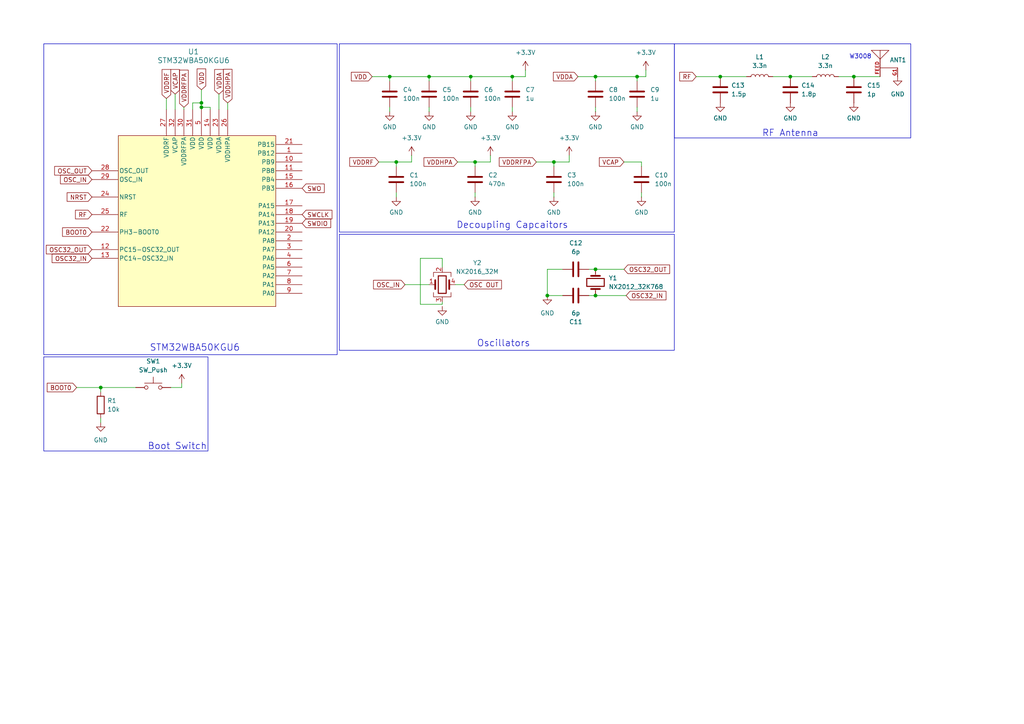
<source format=kicad_sch>
(kicad_sch (version 20231120) (generator "eeschema") (generator_version "8.0")
  (paper "A4")
  (lib_symbols
    (symbol "Device:C" (pin_numbers hide) (pin_names (offset 0.254))
      (property "Reference" "C" (at 0.635 2.54 0))
      (property "Value" "C" (at 0.635 -2.54 0))
      (symbol "C_0_1"
        (polyline (pts (xy -2.032 -0.762) (xy 2.032 -0.762)) (stroke (width 0.508)))
        (polyline (pts (xy -2.032 0.762) (xy 2.032 0.762)) (stroke (width 0.508)))
      )
      (symbol "C_1_1"
        (pin passive line (at 0 3.81 270) (length 2.794) (name "~") (number "1"))
        (pin passive line (at 0 -3.81 90) (length 2.794) (name "~") (number "2"))
      )
    )
    (symbol "Device:Crystal" (pin_numbers hide) (pin_names (offset 1.016) hide)
      (property "Reference" "Y" (at 0 3.81 0))
      (property "Value" "Crystal" (at 0 -3.81 0))
      (symbol "Crystal_0_1"
        (rectangle (start -1.143 2.54) (end 1.143 -2.54) (stroke (width 0.3048)))
        (polyline (pts (xy -2.54 0) (xy -1.905 0)))
        (polyline (pts (xy -1.905 -1.27) (xy -1.905 1.27)) (stroke (width 0.508)))
        (polyline (pts (xy 1.905 -1.27) (xy 1.905 1.27)) (stroke (width 0.508)))
        (polyline (pts (xy 2.54 0) (xy 1.905 0)))
      )
      (symbol "Crystal_1_1"
        (pin passive line (at -3.81 0 0) (length 1.27) (name "1") (number "1"))
        (pin passive line (at 3.81 0 180) (length 1.27) (name "2") (number "2"))
      )
    )
    (symbol "Device:Crystal_GND23" (pin_names (offset 1.016) hide)
      (property "Reference" "Y" (at 3.175 5.08 0))
      (property "Value" "Crystal_GND23" (at 3.175 3.175 0))
      (symbol "Crystal_GND23_0_1"
        (rectangle (start -1.143 2.54) (end 1.143 -2.54) (stroke (width 0.3048)))
        (polyline (pts (xy -2.54 0) (xy -2.032 0)))
        (polyline (pts (xy -2.032 -1.27) (xy -2.032 1.27)) (stroke (width 0.508)))
        (polyline (pts (xy 0 -3.81) (xy 0 -3.556)))
        (polyline (pts (xy 0 3.556) (xy 0 3.81)))
        (polyline (pts (xy 2.032 -1.27) (xy 2.032 1.27)) (stroke (width 0.508)))
        (polyline (pts (xy 2.032 0) (xy 2.54 0)))
        (polyline (pts (xy -2.54 -2.286) (xy -2.54 -3.556) (xy 2.54 -3.556) (xy 2.54 -2.286)))
        (polyline (pts (xy -2.54 2.286) (xy -2.54 3.556) (xy 2.54 3.556) (xy 2.54 2.286)))
      )
      (symbol "Crystal_GND23_1_1"
        (pin passive line (at -3.81 0 0) (length 1.27) (name "1") (number "1"))
        (pin passive line (at 0 5.08 270) (length 1.27) (name "2") (number "2"))
        (pin passive line (at 0 -5.08 90) (length 1.27) (name "3") (number "3"))
        (pin passive line (at 3.81 0 180) (length 1.27) (name "4") (number "4"))
      )
    )
    (symbol "Device:L" (pin_numbers hide) (pin_names (offset 1.016) hide)
      (property "Reference" "L" (at -1.27 0 90))
      (property "Value" "L" (at 1.905 0 90))
      (symbol "L_0_1"
        (arc (start 0 -2.54) (mid 0.6323 -1.905) (end 0 -1.27))
        (arc (start 0 -1.27) (mid 0.6323 -0.635) (end 0 0))
        (arc (start 0 0) (mid 0.6323 0.635) (end 0 1.27))
        (arc (start 0 1.27) (mid 0.6323 1.905) (end 0 2.54))
      )
      (symbol "L_1_1"
        (pin passive line (at 0 3.81 270) (length 1.27) (name "1") (number "1"))
        (pin passive line (at 0 -3.81 90) (length 1.27) (name "2") (number "2"))
      )
    )
    (symbol "Device:R" (pin_numbers hide) (pin_names (offset 0))
      (property "Reference" "R" (at 2.032 0 90))
      (property "Value" "R" (at 0 0 90))
      (symbol "R_0_1"
        (rectangle (start -1.016 -2.54) (end 1.016 2.54) (stroke (width 0.254)))
      )
      (symbol "R_1_1"
        (pin passive line (at 0 3.81 270) (length 1.27) (name "~") (number "1"))
        (pin passive line (at 0 -3.81 90) (length 1.27) (name "~") (number "2"))
      )
    )
    (symbol "STM32WBA50:STM32WBA50KGU6" (pin_names (offset 0.254))
      (property "Reference" "U1" (at 29.464 23.114 0))
      (property "Value" "STM32WBA50KGU6" (at 29.464 20.574 0))
      (symbol "STM32WBA50KGU6_0_1"
        (pin bidirectional line (at 60.96 -6.35 180) (length 7.62) (name "PB12") (number "1"))
        (pin bidirectional line (at 60.96 -8.89 180) (length 7.62) (name "PB9") (number "10"))
        (pin bidirectional line (at 60.96 -11.43 180) (length 7.62) (name "PB8") (number "11"))
        (pin bidirectional line (at 0 -34.29 0) (length 7.62) (name "PC15-OSC32_OUT") (number "12"))
        (pin bidirectional line (at 0 -36.83 0) (length 7.62) (name "PC14-OSC32_IN") (number "13"))
        (pin bidirectional line (at 60.96 -13.97 180) (length 7.62) (name "PB4") (number "15"))
        (pin bidirectional line (at 60.96 -16.51 180) (length 7.62) (name "PB3") (number "16"))
        (pin bidirectional line (at 60.96 -21.59 180) (length 7.62) (name "PA15") (number "17"))
        (pin bidirectional line (at 60.96 -24.13 180) (length 7.62) (name "PA14") (number "18"))
        (pin bidirectional line (at 60.96 -26.67 180) (length 7.62) (name "PA13") (number "19"))
        (pin bidirectional line (at 60.96 -31.75 180) (length 7.62) (name "PA8") (number "2"))
        (pin bidirectional line (at 60.96 -29.21 180) (length 7.62) (name "PA12") (number "20"))
        (pin bidirectional line (at 60.96 -3.81 180) (length 7.62) (name "PB15") (number "21"))
        (pin bidirectional line (at 0 -29.21 0) (length 7.62) (name "PH3-BOOT0") (number "22"))
        (pin power_in line (at 36.83 6.35 270) (length 7.62) (name "VDDA") (number "23"))
        (pin bidirectional line (at 0 -19.05 0) (length 7.62) (name "NRST") (number "24"))
        (pin unspecified line (at 0 -24.13 0) (length 7.62) (name "RF") (number "25"))
        (pin power_in line (at 39.37 6.35 270) (length 7.62) (name "VDDHPA") (number "26"))
        (pin power_in line (at 21.59 6.35 270) (length 7.62) (name "VDDRF") (number "27"))
        (pin output line (at 0 -11.43 0) (length 7.62) (name "OSC_OUT") (number "28"))
        (pin input line (at 0 -13.97 0) (length 7.62) (name "OSC_IN") (number "29"))
        (pin bidirectional line (at 60.96 -34.29 180) (length 7.62) (name "PA7") (number "3"))
        (pin power_in line (at 26.67 6.35 270) (length 7.62) (name "VDDRFPA") (number "30"))
        (pin power_in line (at 29.21 6.35 270) (length 7.62) (name "VDD") (number "31"))
        (pin power_in line (at 24.13 6.35 270) (length 7.62) (name "VCAP") (number "32"))
        (pin bidirectional line (at 60.96 -36.83 180) (length 7.62) (name "PA6") (number "4"))
        (pin bidirectional line (at 60.96 -39.37 180) (length 7.62) (name "PA5") (number "6"))
        (pin bidirectional line (at 60.96 -41.91 180) (length 7.62) (name "PA2") (number "7"))
        (pin bidirectional line (at 60.96 -44.45 180) (length 7.62) (name "PA1") (number "8"))
        (pin bidirectional line (at 60.96 -46.99 180) (length 7.62) (name "PA0") (number "9"))
      )
      (symbol "STM32WBA50KGU6_1_1"
        (rectangle (start 7.62 -1.27) (end 53.34 -50.8) (fill (type background)))
        (pin power_in line (at 34.29 6.35 270) (length 7.62) (name "VDD") (number "14"))
        (pin power_in line (at 31.75 6.35 270) (length 7.62) (name "VDD") (number "5"))
      )
    )
    (symbol "Switch:SW_Push" (pin_numbers hide) (pin_names (offset 1.016) hide)
      (property "Reference" "SW" (at 1.27 2.54 0))
      (property "Value" "SW_Push" (at 0 -1.524 0))
      (symbol "SW_Push_0_1"
        (circle (center -2.032 0) (radius 0.508))
        (polyline (pts (xy 0 1.27) (xy 0 3.048)))
        (polyline (pts (xy 2.54 1.27) (xy -2.54 1.27)))
        (circle (center 2.032 0) (radius 0.508))
        (pin passive line (at -5.08 0 0) (length 2.54) (name "1") (number "1"))
        (pin passive line (at 5.08 0 180) (length 2.54) (name "2") (number "2"))
      )
    )
    (symbol "W3008:W3008" (pin_names (offset 1.016))
      (property "Reference" "ANT" (at -2.5422 5.7198 0))
      (property "Value" "W3008" (at -2.5445 -8.9059 0))
      (symbol "W3008_0_0"
        (polyline (pts (xy -2.54 5.08) (xy 0 2.54)) (stroke (width 0.1524)))
        (polyline (pts (xy -2.54 5.08) (xy 0 5.08)) (stroke (width 0.1524)))
        (polyline (pts (xy 0 0) (xy 5.08 0)) (stroke (width 0.1524)))
        (polyline (pts (xy 0 2.54) (xy 2.54 5.08)) (stroke (width 0.1524)))
        (polyline (pts (xy 0 5.08) (xy 0 2.54)) (stroke (width 0.1524)))
        (polyline (pts (xy 0 5.08) (xy 2.54 5.08)) (stroke (width 0.1524)))
        (pin passive line (at 0 -2.54 90) (length 5.08) (name "~") (number "FEED"))
        (pin passive line (at 5.08 -2.54 90) (length 2.54) (name "~") (number "G1"))
      )
    )
    (symbol "power:+3.3V" (power) (pin_numbers hide) (pin_names (offset 0) hide)
      (property "Value" "+3.3V" (at 0 3.556 0))
      (symbol "+3.3V_0_1"
        (polyline (pts (xy -0.762 1.27) (xy 0 2.54)))
        (polyline (pts (xy 0 0) (xy 0 2.54)))
        (polyline (pts (xy 0 2.54) (xy 0.762 1.27)))
      )
      (symbol "+3.3V_1_1"
        (pin power_in line (at 0 0 90) (length 0) (name "~") (number "1"))
      )
    )
    (symbol "power:GND" (power) (pin_numbers hide) (pin_names (offset 0) hide)
      (property "Value" "GND" (at 0 -3.81 0))
      (symbol "GND_0_1"
        (polyline (pts (xy 0 0) (xy 0 -1.27) (xy 1.27 -1.27) (xy 0 -2.54) (xy -1.27 -1.27) (xy 0 -1.27)))
      )
      (symbol "GND_1_1"
        (pin power_in line (at 0 0 270) (length 0) (name "~") (number "1"))
      )
    )
  )
  (junction (at 172.72 78.105))
  (junction (at 114.935 46.99))
  (junction (at 172.72 22.225))
  (junction (at 229.235 22.225))
  (junction (at 148.59 22.225))
  (junction (at 124.46 22.225))
  (junction (at 172.72 85.725))
  (junction (at 58.42 29.845))
  (junction (at 113.03 22.225))
  (junction (at 29.21 112.395))
  (junction (at 208.915 22.225))
  (junction (at 136.525 22.225))
  (junction (at 158.75 85.725))
  (junction (at 160.655 46.99))
  (junction (at 58.42 31.115))
  (junction (at 137.795 46.99))
  (junction (at 247.65 22.225))
  (junction (at 184.785 22.225))
  (wire (pts (xy 49.53 112.395) (xy 52.705 112.395)))
  (wire (pts (xy 119.38 45.085) (xy 119.38 46.99)))
  (wire (pts (xy 167.64 22.225) (xy 172.72 22.225)))
  (wire (pts (xy 137.795 55.88) (xy 137.795 57.15)))
  (wire (pts (xy 224.155 22.225) (xy 229.235 22.225)))
  (wire (pts (xy 109.855 46.99) (xy 114.935 46.99)))
  (wire (pts (xy 184.785 22.225) (xy 184.785 23.495)))
  (wire (pts (xy 229.235 22.225) (xy 235.585 22.225)))
  (wire (pts (xy 117.475 82.55) (xy 124.46 82.55)))
  (wire (pts (xy 247.65 22.225) (xy 255.27 22.225)))
  (wire (pts (xy 55.88 31.75) (xy 55.88 29.845)))
  (wire (pts (xy 136.525 22.225) (xy 136.525 23.495)))
  (wire (pts (xy 128.27 74.93) (xy 121.92 74.93)))
  (wire (pts (xy 60.96 31.75) (xy 60.96 31.115)))
  (wire (pts (xy 184.785 22.225) (xy 187.325 22.225)))
  (wire (pts (xy 29.21 112.395) (xy 39.37 112.395)))
  (wire (pts (xy 58.42 29.845) (xy 58.42 31.115)))
  (wire (pts (xy 136.525 22.225) (xy 148.59 22.225)))
  (wire (pts (xy 107.95 22.225) (xy 113.03 22.225)))
  (wire (pts (xy 172.72 85.725) (xy 181.61 85.725)))
  (wire (pts (xy 48.26 28.575) (xy 48.26 31.75)))
  (wire (pts (xy 137.795 46.99) (xy 142.24 46.99)))
  (wire (pts (xy 128.27 77.47) (xy 128.27 74.93)))
  (wire (pts (xy 52.705 111.125) (xy 52.705 112.395)))
  (wire (pts (xy 187.325 20.32) (xy 187.325 22.225)))
  (wire (pts (xy 113.03 22.225) (xy 113.03 23.495)))
  (wire (pts (xy 172.72 22.225) (xy 184.785 22.225)))
  (wire (pts (xy 29.21 112.395) (xy 29.21 113.665)))
  (wire (pts (xy 63.5 27.305) (xy 63.5 31.75)))
  (wire (pts (xy 58.42 31.115) (xy 58.42 31.75)))
  (wire (pts (xy 142.24 45.085) (xy 142.24 46.99)))
  (wire (pts (xy 243.205 22.225) (xy 247.65 22.225)))
  (wire (pts (xy 124.46 22.225) (xy 136.525 22.225)))
  (wire (pts (xy 172.72 22.225) (xy 172.72 23.495)))
  (wire (pts (xy 124.46 22.225) (xy 124.46 23.495)))
  (wire (pts (xy 128.27 88.265) (xy 128.27 87.63)))
  (wire (pts (xy 152.4 20.32) (xy 152.4 22.225)))
  (wire (pts (xy 148.59 22.225) (xy 148.59 23.495)))
  (wire (pts (xy 136.525 31.115) (xy 136.525 32.385)))
  (wire (pts (xy 170.815 78.105) (xy 172.72 78.105)))
  (wire (pts (xy 160.655 55.88) (xy 160.655 57.15)))
  (wire (pts (xy 53.34 31.115) (xy 53.34 31.75)))
  (wire (pts (xy 165.1 45.085) (xy 165.1 46.99)))
  (wire (pts (xy 132.08 82.55) (xy 134.62 82.55)))
  (wire (pts (xy 66.04 29.845) (xy 66.04 31.75)))
  (wire (pts (xy 158.75 85.725) (xy 163.195 85.725)))
  (wire (pts (xy 58.42 26.035) (xy 58.42 29.845)))
  (wire (pts (xy 201.93 22.225) (xy 208.915 22.225)))
  (wire (pts (xy 113.03 22.225) (xy 124.46 22.225)))
  (wire (pts (xy 158.75 78.105) (xy 158.75 85.725)))
  (wire (pts (xy 121.92 74.93) (xy 121.92 88.265)))
  (wire (pts (xy 148.59 31.115) (xy 148.59 32.385)))
  (wire (pts (xy 22.225 112.395) (xy 29.21 112.395)))
  (wire (pts (xy 114.935 46.99) (xy 119.38 46.99)))
  (wire (pts (xy 50.8 27.305) (xy 50.8 31.75)))
  (wire (pts (xy 208.915 22.225) (xy 216.535 22.225)))
  (wire (pts (xy 160.655 46.99) (xy 165.1 46.99)))
  (wire (pts (xy 180.975 78.105) (xy 172.72 78.105)))
  (wire (pts (xy 172.72 31.115) (xy 172.72 32.385)))
  (wire (pts (xy 180.975 46.99) (xy 186.055 46.99)))
  (wire (pts (xy 114.935 46.99) (xy 114.935 48.26)))
  (wire (pts (xy 132.715 46.99) (xy 137.795 46.99)))
  (wire (pts (xy 148.59 22.225) (xy 152.4 22.225)))
  (wire (pts (xy 160.655 46.99) (xy 160.655 48.26)))
  (wire (pts (xy 113.03 31.115) (xy 113.03 32.385)))
  (wire (pts (xy 155.575 46.99) (xy 160.655 46.99)))
  (wire (pts (xy 55.88 29.845) (xy 58.42 29.845)))
  (wire (pts (xy 29.21 121.285) (xy 29.21 122.555)))
  (wire (pts (xy 186.055 55.88) (xy 186.055 57.15)))
  (wire (pts (xy 124.46 31.115) (xy 124.46 32.385)))
  (wire (pts (xy 114.935 55.88) (xy 114.935 57.15)))
  (wire (pts (xy 137.795 46.99) (xy 137.795 48.26)))
  (wire (pts (xy 60.96 31.115) (xy 58.42 31.115)))
  (wire (pts (xy 186.055 46.99) (xy 186.055 48.26)))
  (wire (pts (xy 121.92 88.265) (xy 128.27 88.265)))
  (wire (pts (xy 163.195 78.105) (xy 158.75 78.105)))
  (wire (pts (xy 184.785 31.115) (xy 184.785 32.385)))
  (wire (pts (xy 170.815 85.725) (xy 172.72 85.725)))
  (rectangle (start 98.425 67.945) (end 195.58 101.6))
  (rectangle (start 12.7 12.7) (end 97.79 102.87))
  (rectangle (start 98.425 12.7) (end 195.58 67.31))
  (rectangle (start 12.7 103.505) (end 60.325 130.81))
  (rectangle (start 195.58 12.7) (end 264.16 40.005))
  (text "Oscillators\n" (at 146.05 99.695 0) (effects (font (size 1.905 1.905))))
  (text "Boot Switch\n" (at 51.435 129.54 0) (effects (font (size 1.905 1.905))))
  (text "RF Antenna\n" (at 229.235 38.735 0) (effects (font (size 1.905 1.905))))
  (text "Decoupling Capcaitors\n" (at 148.59 65.405 0) (effects (font (size 1.905 1.905))))
  (text "W3008" (at 249.555 16.51 0) (effects (font (size 1.27 1.27))))
  (text "STM32WBA50KGU6\n" (at 56.515 100.965 0) (effects (font (size 1.905 1.905))))
  (global_label "VDD" (shape input) (at 58.42 26.035 90) (property "Intersheetrefs" "${INTERSHEET_REFS}" (effects (hide yes))))
  (global_label "VCAP" (shape input) (at 180.975 46.99 180) (property "Intersheetrefs" "${INTERSHEET_REFS}" (effects (hide yes))))
  (global_label "OSC_IN" (shape input) (at 26.67 52.07 180) (property "Intersheetrefs" "${INTERSHEET_REFS}" (effects (hide yes))))
  (global_label "OSC32_OUT" (shape input) (at 26.67 72.39 180) (property "Intersheetrefs" "${INTERSHEET_REFS}" (effects (hide yes))))
  (global_label "OSC_IN" (shape input) (at 117.475 82.55 180) (property "Intersheetrefs" "${INTERSHEET_REFS}" (effects (hide yes))))
  (global_label "VDDRF" (shape input) (at 109.855 46.99 180) (property "Intersheetrefs" "${INTERSHEET_REFS}" (effects (hide yes))))
  (global_label "RF" (shape input) (at 26.67 62.23 180) (property "Intersheetrefs" "${INTERSHEET_REFS}" (effects (hide yes))))
  (global_label "SWDIO" (shape input) (at 87.63 64.77 0) (property "Intersheetrefs" "${INTERSHEET_REFS}" (effects (hide yes))))
  (global_label "RF" (shape input) (at 201.93 22.225 180) (property "Intersheetrefs" "${INTERSHEET_REFS}" (effects (hide yes))))
  (global_label "OSC32_OUT" (shape input) (at 180.975 78.105 0) (property "Intersheetrefs" "${INTERSHEET_REFS}" (effects (hide yes))))
  (global_label "VDDHPA" (shape input) (at 132.715 46.99 180) (property "Intersheetrefs" "${INTERSHEET_REFS}" (effects (hide yes))))
  (global_label "OSC_OUT" (shape input) (at 26.67 49.53 180) (property "Intersheetrefs" "${INTERSHEET_REFS}" (effects (hide yes))))
  (global_label "BOOT0" (shape input) (at 22.225 112.395 180) (property "Intersheetrefs" "${INTERSHEET_REFS}" (effects (hide yes))))
  (global_label "OSC32_IN" (shape input) (at 181.61 85.725 0) (property "Intersheetrefs" "${INTERSHEET_REFS}" (effects (hide yes))))
  (global_label "VDDRFPA" (shape input) (at 53.34 31.115 90) (property "Intersheetrefs" "${INTERSHEET_REFS}" (effects (hide yes))))
  (global_label "SWO" (shape input) (at 87.63 54.61 0) (property "Intersheetrefs" "${INTERSHEET_REFS}" (effects (hide yes))))
  (global_label "VDDHPA" (shape input) (at 66.04 29.845 90) (property "Intersheetrefs" "${INTERSHEET_REFS}" (effects (hide yes))))
  (global_label "VCAP" (shape input) (at 50.8 27.305 90) (property "Intersheetrefs" "${INTERSHEET_REFS}" (effects (hide yes))))
  (global_label "BOOT0" (shape input) (at 26.67 67.31 180) (property "Intersheetrefs" "${INTERSHEET_REFS}" (effects (hide yes))))
  (global_label "VDDA" (shape input) (at 63.5 27.305 90) (property "Intersheetrefs" "${INTERSHEET_REFS}" (effects (hide yes))))
  (global_label "OSC OUT" (shape input) (at 134.62 82.55 0) (property "Intersheetrefs" "${INTERSHEET_REFS}" (effects (hide yes))))
  (global_label "NRST" (shape input) (at 26.67 57.15 180) (property "Intersheetrefs" "${INTERSHEET_REFS}" (effects (hide yes))))
  (global_label "VDDA" (shape input) (at 167.64 22.225 180) (property "Intersheetrefs" "${INTERSHEET_REFS}" (effects (hide yes))))
  (global_label "VDD" (shape input) (at 107.95 22.225 180) (property "Intersheetrefs" "${INTERSHEET_REFS}" (effects (hide yes))))
  (global_label "OSC32_IN" (shape input) (at 26.67 74.93 180) (property "Intersheetrefs" "${INTERSHEET_REFS}" (effects (hide yes))))
  (global_label "VDDRFPA" (shape input) (at 155.575 46.99 180) (property "Intersheetrefs" "${INTERSHEET_REFS}" (effects (hide yes))))
  (global_label "SWCLK" (shape input) (at 87.63 62.23 0) (property "Intersheetrefs" "${INTERSHEET_REFS}" (effects (hide yes))))
  (global_label "VDDRF" (shape input) (at 48.26 28.575 90) (property "Intersheetrefs" "${INTERSHEET_REFS}" (effects (hide yes))))
  (symbol (lib_id "power:+3.3V") (at 165.1 45.085 0) (unit 1)
    (property "Reference" "#PWR06" (effects (hide yes)))
    (property "Value" "+3.3V" (at 165.1 40.005 0))
    (property "Description" "Power symbol creates a global label with name \"+3.3V\"" (effects (hide yes)))
  )
  (symbol (lib_id "power:GND") (at 29.21 122.555 0) (unit 1)
    (property "Reference" "#PWR022" (effects (hide yes)))
    (property "Value" "GND" (at 29.21 127.635 0))
    (property "Description" "Power symbol creates a global label with name \"GND\" , ground" (effects (hide yes)))
  )
  (symbol (lib_id "power:GND") (at 113.03 32.385 0) (unit 1)
    (property "Reference" "#PWR07" (effects (hide yes)))
    (property "Value" "GND" (at 113.03 36.83 0))
    (property "Description" "Power symbol creates a global label with name \"GND\" , ground" (effects (hide yes)))
  )
  (symbol (lib_id "Device:R") (at 29.21 117.475 0) (unit 1)
    (property "Reference" "R1" (at 31.115 116.2049 0) (effects (justify left)))
    (property "Value" "10k" (at 31.115 118.7449 0) (effects (justify left)))
    (property "Description" "Resistor" (effects (hide yes)))
  )
  (symbol (lib_id "power:+3.3V") (at 119.38 45.085 0) (unit 1)
    (property "Reference" "#PWR01" (effects (hide yes)))
    (property "Value" "+3.3V" (at 119.38 40.005 0))
    (property "Description" "Power symbol creates a global label with name \"+3.3V\"" (effects (hide yes)))
  )
  (symbol (lib_id "Device:C") (at 247.65 26.035 0) (unit 1)
    (property "Reference" "C15" (at 251.46 24.7649 0) (effects (justify left)))
    (property "Value" "1p" (at 251.46 27.3049 0) (effects (justify left)))
    (property "Description" "Unpolarized capacitor" (effects (hide yes)))
  )
  (symbol (lib_id "power:GND") (at 260.35 22.225 0) (unit 1)
    (property "Reference" "#PWR025" (effects (hide yes)))
    (property "Value" "GND" (at 260.35 27.305 0))
    (property "Description" "Power symbol creates a global label with name \"GND\" , ground" (effects (hide yes)))
  )
  (symbol (lib_id "power:GND") (at 137.795 57.15 0) (unit 1)
    (property "Reference" "#PWR03" (effects (hide yes)))
    (property "Value" "GND" (at 137.795 61.595 0))
    (property "Description" "Power symbol creates a global label with name \"GND\" , ground" (effects (hide yes)))
  )
  (symbol (lib_id "Device:L") (at 239.395 22.225 90) (unit 1)
    (property "Reference" "L2" (at 239.395 16.51 90))
    (property "Value" "3.3n" (at 239.395 19.05 90))
    (property "Description" "Inductor" (effects (hide yes)))
  )
  (symbol (lib_id "W3008:W3008") (at 255.27 19.685 0) (unit 1)
    (property "Reference" "ANT1" (at 258.064 17.399 0) (effects (justify left)))
    (property "Value" "W3008" (effects (hide yes)))
    (property "Footprint" "W3008:ANTENNA_W3008" (effects (hide yes)))
    (property "STANDARD" "Manufacturer recommendations" (effects (hide yes)))
    (property "MANUFACTURER" "PulseLarsen Antennas" (effects (hide yes)))
  )
  (symbol (lib_id "Device:C") (at 208.915 26.035 0) (unit 1)
    (property "Reference" "C13" (at 212.09 24.7649 0) (effects (justify left)))
    (property "Value" "1.5p" (at 212.09 27.3049 0) (effects (justify left)))
    (property "Description" "Unpolarized capacitor" (effects (hide yes)))
  )
  (symbol (lib_id "Device:C") (at 186.055 52.07 0) (unit 1)
    (property "Reference" "C10" (at 189.865 50.7999 0) (effects (justify left)))
    (property "Value" "100n" (at 189.865 53.3399 0) (effects (justify left)))
    (property "Description" "Unpolarized capacitor" (effects (hide yes)))
  )
  (symbol (lib_id "Device:C") (at 114.935 52.07 0) (unit 1)
    (property "Reference" "C1" (at 118.745 50.7999 0) (effects (justify left)))
    (property "Value" "100n" (at 118.745 53.3399 0) (effects (justify left)))
    (property "Description" "Unpolarized capacitor" (effects (hide yes)))
  )
  (symbol (lib_id "Device:C") (at 136.525 27.305 0) (unit 1)
    (property "Reference" "C6" (at 140.335 26.0349 0) (effects (justify left)))
    (property "Value" "100n" (at 140.335 28.5749 0) (effects (justify left)))
    (property "Description" "Unpolarized capacitor" (effects (hide yes)))
  )
  (symbol (lib_id "Device:C") (at 148.59 27.305 0) (unit 1)
    (property "Reference" "C7" (at 152.4 26.0349 0) (effects (justify left)))
    (property "Value" "1u" (at 152.4 28.5749 0) (effects (justify left)))
    (property "Description" "Unpolarized capacitor" (effects (hide yes)))
  )
  (symbol (lib_id "Device:Crystal") (at 172.72 81.915 90) (unit 1)
    (property "Reference" "Y1" (at 176.53 80.6449 90) (effects (justify right)))
    (property "Value" "NX2012_32K768" (at 176.53 83.1849 90) (effects (justify right)))
    (property "Description" "Two pin crystal" (effects (hide yes)))
  )
  (symbol (lib_id "power:GND") (at 128.27 88.9 0) (unit 1)
    (property "Reference" "#PWR017" (effects (hide yes)))
    (property "Value" "GND" (at 128.27 93.345 0))
    (property "Description" "Power symbol creates a global label with name \"GND\" , ground" (effects (hide yes)))
  )
  (symbol (lib_id "Device:C") (at 172.72 27.305 0) (unit 1)
    (property "Reference" "C8" (at 176.53 26.0349 0) (effects (justify left)))
    (property "Value" "100n" (at 176.53 28.5749 0) (effects (justify left)))
    (property "Description" "Unpolarized capacitor" (effects (hide yes)))
  )
  (symbol (lib_id "Device:C") (at 160.655 52.07 0) (unit 1)
    (property "Reference" "C3" (at 164.465 50.7999 0) (effects (justify left)))
    (property "Value" "100n" (at 164.465 53.3399 0) (effects (justify left)))
    (property "Description" "Unpolarized capacitor" (effects (hide yes)))
  )
  (symbol (lib_id "power:+3.3V") (at 142.24 45.085 0) (unit 1)
    (property "Reference" "#PWR04" (effects (hide yes)))
    (property "Value" "+3.3V" (at 142.24 40.005 0))
    (property "Description" "Power symbol creates a global label with name \"+3.3V\"" (effects (hide yes)))
  )
  (symbol (lib_id "Switch:SW_Push") (at 44.45 112.395 0) (unit 1)
    (property "Reference" "SW1" (at 44.45 104.775 0))
    (property "Value" "SW_Push" (at 44.45 107.315 0))
    (property "Description" "Push button switch, generic, two pins" (effects (hide yes)))
  )
  (symbol (lib_id "power:+3.3V") (at 187.325 20.32 0) (unit 1)
    (property "Reference" "#PWR013" (effects (hide yes)))
    (property "Value" "+3.3V" (at 187.325 15.24 0))
    (property "Description" "Power symbol creates a global label with name \"+3.3V\"" (effects (hide yes)))
  )
  (symbol (lib_id "power:+3.3V") (at 152.4 20.32 0) (unit 1)
    (property "Reference" "#PWR08" (effects (hide yes)))
    (property "Value" "+3.3V" (at 152.4 15.24 0))
    (property "Description" "Power symbol creates a global label with name \"+3.3V\"" (effects (hide yes)))
  )
  (symbol (lib_id "power:GND") (at 160.655 57.15 0) (unit 1)
    (property "Reference" "#PWR05" (effects (hide yes)))
    (property "Value" "GND" (at 160.655 61.595 0))
    (property "Description" "Power symbol creates a global label with name \"GND\" , ground" (effects (hide yes)))
  )
  (symbol (lib_id "Device:C") (at 184.785 27.305 0) (unit 1)
    (property "Reference" "C9" (at 188.595 26.0349 0) (effects (justify left)))
    (property "Value" "1u" (at 188.595 28.5749 0) (effects (justify left)))
    (property "Description" "Unpolarized capacitor" (effects (hide yes)))
  )
  (symbol (lib_id "Device:C") (at 113.03 27.305 0) (unit 1)
    (property "Reference" "C4" (at 116.84 26.0349 0) (effects (justify left)))
    (property "Value" "100n" (at 116.84 28.5749 0) (effects (justify left)))
    (property "Description" "Unpolarized capacitor" (effects (hide yes)))
  )
  (symbol (lib_id "Device:Crystal_GND23") (at 128.27 82.55 0) (unit 1)
    (property "Reference" "Y2" (at 138.43 76.2314 0))
    (property "Value" "NX2016_32M" (at 138.43 78.7714 0))
    (property "Description" "Four pin crystal, GND on pins 2 and 3" (effects (hide yes)))
  )
  (symbol (lib_id "Device:L") (at 220.345 22.225 90) (unit 1)
    (property "Reference" "L1" (at 220.345 16.51 90))
    (property "Value" "3.3n" (at 220.345 19.05 90))
    (property "Description" "Inductor" (effects (hide yes)))
  )
  (symbol (lib_id "power:GND") (at 136.525 32.385 0) (unit 1)
    (property "Reference" "#PWR010" (effects (hide yes)))
    (property "Value" "GND" (at 136.525 36.83 0))
    (property "Description" "Power symbol creates a global label with name \"GND\" , ground" (effects (hide yes)))
  )
  (symbol (lib_id "Device:C") (at 137.795 52.07 0) (unit 1)
    (property "Reference" "C2" (at 141.605 50.7999 0) (effects (justify left)))
    (property "Value" "470n" (at 141.605 53.3399 0) (effects (justify left)))
    (property "Description" "Unpolarized capacitor" (effects (hide yes)))
  )
  (symbol (lib_id "Device:C") (at 124.46 27.305 0) (unit 1)
    (property "Reference" "C5" (at 128.27 26.0349 0) (effects (justify left)))
    (property "Value" "100n" (at 128.27 28.5749 0) (effects (justify left)))
    (property "Description" "Unpolarized capacitor" (effects (hide yes)))
  )
  (symbol (lib_id "Device:C") (at 229.235 26.035 0) (unit 1)
    (property "Reference" "C14" (at 232.41 24.7649 0) (effects (justify left)))
    (property "Value" "1.8p" (at 232.41 27.3049 0) (effects (justify left)))
    (property "Description" "Unpolarized capacitor" (effects (hide yes)))
  )
  (symbol (lib_id "Device:C") (at 167.005 85.725 270) (mirror x) (unit 1)
    (property "Reference" "C11" (at 167.005 93.345 90))
    (property "Value" "6p" (at 167.005 90.805 90))
    (property "Description" "Unpolarized capacitor" (effects (hide yes)))
  )
  (symbol (lib_id "power:GND") (at 208.915 29.845 0) (unit 1)
    (property "Reference" "#PWR021" (effects (hide yes)))
    (property "Value" "GND" (at 208.915 34.29 0))
    (property "Description" "Power symbol creates a global label with name \"GND\" , ground" (effects (hide yes)))
  )
  (symbol (lib_id "power:GND") (at 148.59 32.385 0) (unit 1)
    (property "Reference" "#PWR011" (effects (hide yes)))
    (property "Value" "GND" (at 148.59 36.83 0))
    (property "Description" "Power symbol creates a global label with name \"GND\" , ground" (effects (hide yes)))
  )
  (symbol (lib_id "power:GND") (at 172.72 32.385 0) (unit 1)
    (property "Reference" "#PWR012" (effects (hide yes)))
    (property "Value" "GND" (at 172.72 36.83 0))
    (property "Description" "Power symbol creates a global label with name \"GND\" , ground" (effects (hide yes)))
  )
  (symbol (lib_id "power:GND") (at 124.46 32.385 0) (unit 1)
    (property "Reference" "#PWR09" (effects (hide yes)))
    (property "Value" "GND" (at 124.46 36.83 0))
    (property "Description" "Power symbol creates a global label with name \"GND\" , ground" (effects (hide yes)))
  )
  (symbol (lib_id "Device:C") (at 167.005 78.105 270) (unit 1)
    (property "Reference" "C12" (at 167.005 70.485 90))
    (property "Value" "6p" (at 167.005 73.025 90))
    (property "Description" "Unpolarized capacitor" (effects (hide yes)))
  )
  (symbol (lib_id "power:GND") (at 114.935 57.15 0) (unit 1)
    (property "Reference" "#PWR02" (effects (hide yes)))
    (property "Value" "GND" (at 114.935 61.595 0))
    (property "Description" "Power symbol creates a global label with name \"GND\" , ground" (effects (hide yes)))
  )
  (symbol (lib_id "power:GND") (at 229.235 29.845 0) (unit 1)
    (property "Reference" "#PWR020" (effects (hide yes)))
    (property "Value" "GND" (at 229.235 34.29 0))
    (property "Description" "Power symbol creates a global label with name \"GND\" , ground" (effects (hide yes)))
  )
  (symbol (lib_id "power:GND") (at 247.65 29.845 0) (unit 1)
    (property "Reference" "#PWR019" (effects (hide yes)))
    (property "Value" "GND" (at 247.65 34.29 0))
    (property "Description" "Power symbol creates a global label with name \"GND\" , ground" (effects (hide yes)))
  )
  (symbol (lib_id "STM32WBA50:STM32WBA50KGU6") (at 26.67 38.1 0) (unit 1)
    (property "Reference" "U1" (at 56.134 14.986 0) (effects (font (size 1.524 1.524))))
    (property "Value" "STM32WBA50KGU6" (at 56.134 17.526 0) (effects (font (size 1.524 1.524))))
    (property "Footprint" "UFQFPN-32_1_STM" (effects (hide yes)))
    (property "Datasheet" "STM32WBA50KGU6" (effects (hide yes)))
  )
  (symbol (lib_id "power:GND") (at 186.055 57.15 0) (unit 1)
    (property "Reference" "#PWR015" (effects (hide yes)))
    (property "Value" "GND" (at 186.055 61.595 0))
    (property "Description" "Power symbol creates a global label with name \"GND\" , ground" (effects (hide yes)))
  )
  (symbol (lib_id "power:GND") (at 158.75 85.725 0) (unit 1)
    (property "Reference" "#PWR016" (effects (hide yes)))
    (property "Value" "GND" (at 158.75 90.805 0))
    (property "Description" "Power symbol creates a global label with name \"GND\" , ground" (effects (hide yes)))
  )
  (symbol (lib_id "power:GND") (at 184.785 32.385 0) (unit 1)
    (property "Reference" "#PWR014" (effects (hide yes)))
    (property "Value" "GND" (at 184.785 36.83 0))
    (property "Description" "Power symbol creates a global label with name \"GND\" , ground" (effects (hide yes)))
  )
  (symbol (lib_id "power:+3.3V") (at 52.705 111.125 0) (unit 1)
    (property "Reference" "#PWR023" (effects (hide yes)))
    (property "Value" "+3.3V" (at 52.705 106.045 0))
    (property "Description" "Power symbol creates a global label with name \"+3.3V\"" (effects (hide yes)))
  )
)
</source>
